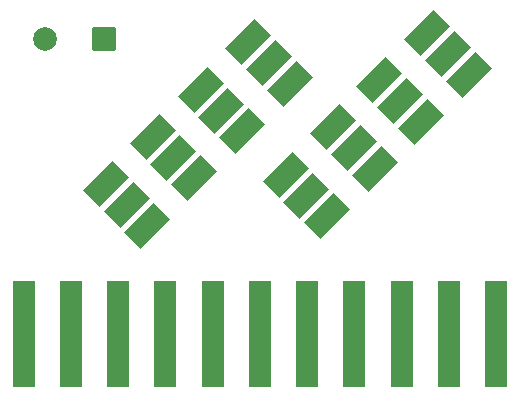
<source format=gbs>
G04 #@! TF.GenerationSoftware,KiCad,Pcbnew,9.0.1*
G04 #@! TF.CreationDate,2025-05-31T22:37:51+02:00*
G04 #@! TF.ProjectId,Sim-module,53696d2d-6d6f-4647-956c-652e6b696361,rev?*
G04 #@! TF.SameCoordinates,Original*
G04 #@! TF.FileFunction,Soldermask,Bot*
G04 #@! TF.FilePolarity,Negative*
%FSLAX46Y46*%
G04 Gerber Fmt 4.6, Leading zero omitted, Abs format (unit mm)*
G04 Created by KiCad (PCBNEW 9.0.1) date 2025-05-31 22:37:51*
%MOMM*%
%LPD*%
G01*
G04 APERTURE LIST*
G04 Aperture macros list*
%AMRoundRect*
0 Rectangle with rounded corners*
0 $1 Rounding radius*
0 $2 $3 $4 $5 $6 $7 $8 $9 X,Y pos of 4 corners*
0 Add a 4 corners polygon primitive as box body*
4,1,4,$2,$3,$4,$5,$6,$7,$8,$9,$2,$3,0*
0 Add four circle primitives for the rounded corners*
1,1,$1+$1,$2,$3*
1,1,$1+$1,$4,$5*
1,1,$1+$1,$6,$7*
1,1,$1+$1,$8,$9*
0 Add four rect primitives between the rounded corners*
20,1,$1+$1,$2,$3,$4,$5,0*
20,1,$1+$1,$4,$5,$6,$7,0*
20,1,$1+$1,$6,$7,$8,$9,0*
20,1,$1+$1,$8,$9,$2,$3,0*%
%AMRotRect*
0 Rectangle, with rotation*
0 The origin of the aperture is its center*
0 $1 length*
0 $2 width*
0 $3 Rotation angle, in degrees counterclockwise*
0 Add horizontal line*
21,1,$1,$2,0,0,$3*%
G04 Aperture macros list end*
%ADD10RotRect,3.500000X2.000000X45.000000*%
%ADD11RoundRect,0.102000X0.900000X0.900000X-0.900000X0.900000X-0.900000X-0.900000X0.900000X-0.900000X0*%
%ADD12C,2.004000*%
%ADD13R,1.900000X9.000000*%
G04 APERTURE END LIST*
D10*
X177000000Y-44700000D03*
X178767767Y-46467767D03*
X180535534Y-48235534D03*
X180179111Y-55929111D03*
X181946878Y-57696878D03*
X183714645Y-59464645D03*
D11*
X164800000Y-44400000D03*
D12*
X159800000Y-44400000D03*
D10*
X192179111Y-43929111D03*
X193946878Y-45696878D03*
X195714645Y-47464645D03*
X168914466Y-52714466D03*
X170682233Y-54482233D03*
X172450000Y-56250000D03*
X172982233Y-48732233D03*
X174750000Y-50500000D03*
X176517767Y-52267767D03*
X188125989Y-47929111D03*
X189893756Y-49696878D03*
X191661523Y-51464645D03*
X184179111Y-51929111D03*
X185946878Y-53696878D03*
X187714645Y-55464645D03*
X164950000Y-56700000D03*
X166717767Y-58467767D03*
X168485534Y-60235534D03*
D13*
X198000000Y-69450000D03*
X158000000Y-69450000D03*
X162000000Y-69450000D03*
X178000000Y-69450000D03*
X166000000Y-69450000D03*
X182000000Y-69450000D03*
X194000000Y-69450000D03*
X170000000Y-69450000D03*
X174000000Y-69450000D03*
X190000000Y-69450000D03*
X186000000Y-69450000D03*
M02*

</source>
